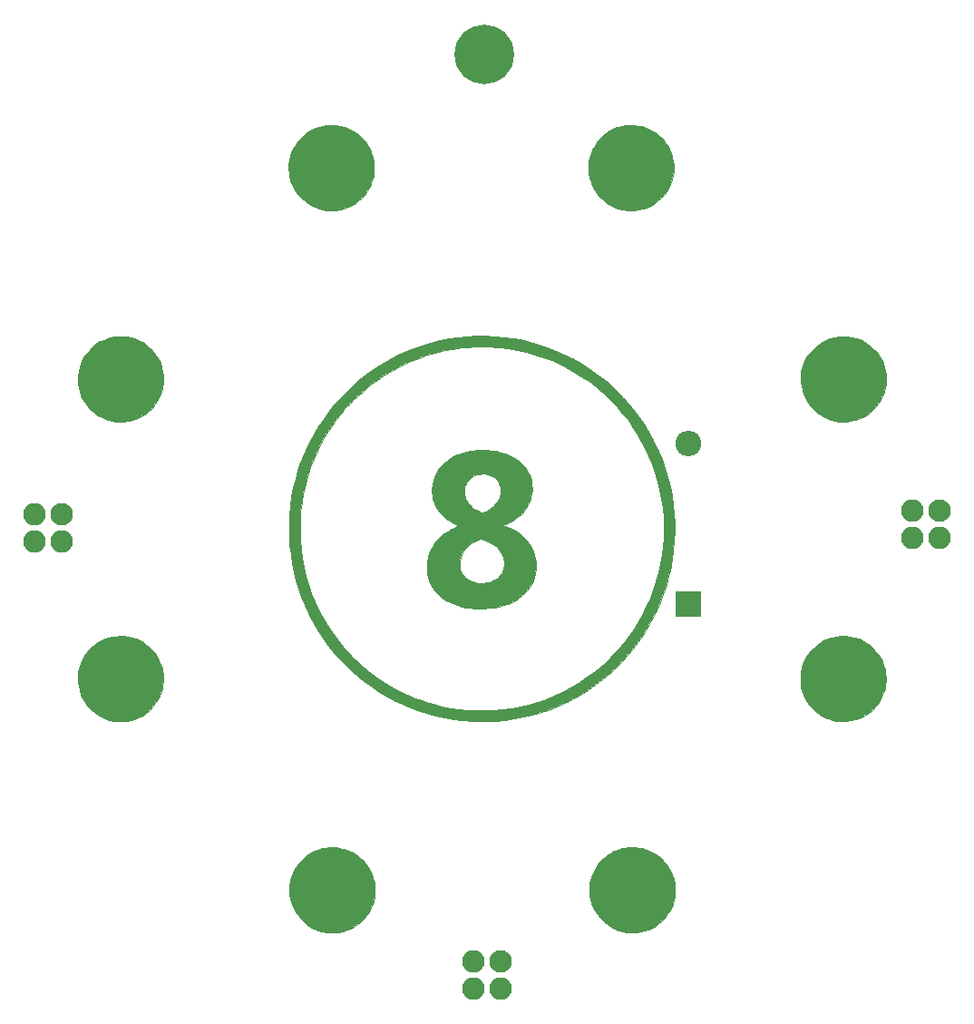
<source format=gts>
G04 #@! TF.FileFunction,Soldermask,Top*
%FSLAX46Y46*%
G04 Gerber Fmt 4.6, Leading zero omitted, Abs format (unit mm)*
G04 Created by KiCad (PCBNEW 4.0.7) date 07/18/18 17:21:38*
%MOMM*%
%LPD*%
G01*
G04 APERTURE LIST*
%ADD10C,0.100000*%
%ADD11C,0.010000*%
%ADD12C,5.547986*%
%ADD13R,2.400000X2.400000*%
%ADD14O,2.400000X2.400000*%
%ADD15C,2.100000*%
%ADD16O,2.100000X2.100000*%
G04 APERTURE END LIST*
D10*
D11*
G36*
X145633664Y-124962636D02*
X145901349Y-124983966D01*
X145954474Y-124990964D01*
X146359570Y-125069412D01*
X146749111Y-125186964D01*
X147121476Y-125342794D01*
X147475045Y-125536078D01*
X147808195Y-125765991D01*
X148119307Y-126031706D01*
X148247491Y-126158402D01*
X148517666Y-126463242D01*
X148749400Y-126781179D01*
X148944302Y-127115424D01*
X149103983Y-127469184D01*
X149230052Y-127845669D01*
X149324119Y-128248087D01*
X149339882Y-128335747D01*
X149360021Y-128494989D01*
X149372439Y-128683584D01*
X149377230Y-128889277D01*
X149374484Y-129099817D01*
X149364294Y-129302948D01*
X149346752Y-129486417D01*
X149330429Y-129595034D01*
X149238337Y-129999094D01*
X149111474Y-130381178D01*
X148947802Y-130746156D01*
X148745283Y-131098895D01*
X148628100Y-131273217D01*
X148537793Y-131390593D01*
X148422074Y-131524930D01*
X148289338Y-131667710D01*
X148147980Y-131810416D01*
X148006396Y-131944530D01*
X147872980Y-132061533D01*
X147773694Y-132140119D01*
X147463103Y-132346475D01*
X147126548Y-132527116D01*
X146774239Y-132677338D01*
X146416387Y-132792435D01*
X146289184Y-132824133D01*
X146052091Y-132867851D01*
X145788851Y-132897941D01*
X145513597Y-132913788D01*
X145240465Y-132914777D01*
X144983591Y-132900292D01*
X144860434Y-132886345D01*
X144463780Y-132811295D01*
X144081390Y-132697744D01*
X143715493Y-132547776D01*
X143368316Y-132363471D01*
X143042088Y-132146911D01*
X142739039Y-131900179D01*
X142461396Y-131625355D01*
X142211388Y-131324523D01*
X141991243Y-130999763D01*
X141803190Y-130653158D01*
X141649458Y-130286790D01*
X141532275Y-129902740D01*
X141495838Y-129743200D01*
X141435081Y-129345756D01*
X141415095Y-128942325D01*
X141435625Y-128537375D01*
X141496419Y-128135373D01*
X141597224Y-127740788D01*
X141611714Y-127695023D01*
X141669420Y-127537578D01*
X141746386Y-127358256D01*
X141836597Y-127169012D01*
X141934035Y-126981799D01*
X142032684Y-126808569D01*
X142126527Y-126661277D01*
X142146140Y-126633248D01*
X142244962Y-126504643D01*
X142367220Y-126360533D01*
X142503184Y-126211306D01*
X142643125Y-126067346D01*
X142777312Y-125939040D01*
X142880719Y-125849114D01*
X143161872Y-125641508D01*
X143469035Y-125454614D01*
X143792657Y-125293133D01*
X144123187Y-125161763D01*
X144451075Y-125065205D01*
X144493933Y-125055247D01*
X144761336Y-125006631D01*
X145049719Y-124974582D01*
X145345141Y-124959712D01*
X145633664Y-124962636D01*
X145633664Y-124962636D01*
G37*
X145633664Y-124962636D02*
X145901349Y-124983966D01*
X145954474Y-124990964D01*
X146359570Y-125069412D01*
X146749111Y-125186964D01*
X147121476Y-125342794D01*
X147475045Y-125536078D01*
X147808195Y-125765991D01*
X148119307Y-126031706D01*
X148247491Y-126158402D01*
X148517666Y-126463242D01*
X148749400Y-126781179D01*
X148944302Y-127115424D01*
X149103983Y-127469184D01*
X149230052Y-127845669D01*
X149324119Y-128248087D01*
X149339882Y-128335747D01*
X149360021Y-128494989D01*
X149372439Y-128683584D01*
X149377230Y-128889277D01*
X149374484Y-129099817D01*
X149364294Y-129302948D01*
X149346752Y-129486417D01*
X149330429Y-129595034D01*
X149238337Y-129999094D01*
X149111474Y-130381178D01*
X148947802Y-130746156D01*
X148745283Y-131098895D01*
X148628100Y-131273217D01*
X148537793Y-131390593D01*
X148422074Y-131524930D01*
X148289338Y-131667710D01*
X148147980Y-131810416D01*
X148006396Y-131944530D01*
X147872980Y-132061533D01*
X147773694Y-132140119D01*
X147463103Y-132346475D01*
X147126548Y-132527116D01*
X146774239Y-132677338D01*
X146416387Y-132792435D01*
X146289184Y-132824133D01*
X146052091Y-132867851D01*
X145788851Y-132897941D01*
X145513597Y-132913788D01*
X145240465Y-132914777D01*
X144983591Y-132900292D01*
X144860434Y-132886345D01*
X144463780Y-132811295D01*
X144081390Y-132697744D01*
X143715493Y-132547776D01*
X143368316Y-132363471D01*
X143042088Y-132146911D01*
X142739039Y-131900179D01*
X142461396Y-131625355D01*
X142211388Y-131324523D01*
X141991243Y-130999763D01*
X141803190Y-130653158D01*
X141649458Y-130286790D01*
X141532275Y-129902740D01*
X141495838Y-129743200D01*
X141435081Y-129345756D01*
X141415095Y-128942325D01*
X141435625Y-128537375D01*
X141496419Y-128135373D01*
X141597224Y-127740788D01*
X141611714Y-127695023D01*
X141669420Y-127537578D01*
X141746386Y-127358256D01*
X141836597Y-127169012D01*
X141934035Y-126981799D01*
X142032684Y-126808569D01*
X142126527Y-126661277D01*
X142146140Y-126633248D01*
X142244962Y-126504643D01*
X142367220Y-126360533D01*
X142503184Y-126211306D01*
X142643125Y-126067346D01*
X142777312Y-125939040D01*
X142880719Y-125849114D01*
X143161872Y-125641508D01*
X143469035Y-125454614D01*
X143792657Y-125293133D01*
X144123187Y-125161763D01*
X144451075Y-125065205D01*
X144493933Y-125055247D01*
X144761336Y-125006631D01*
X145049719Y-124974582D01*
X145345141Y-124959712D01*
X145633664Y-124962636D01*
G36*
X173709775Y-124967680D02*
X173909925Y-124984621D01*
X173949111Y-124989725D01*
X174349534Y-125066403D01*
X174734951Y-125181098D01*
X175103165Y-125331866D01*
X175451983Y-125516762D01*
X175779211Y-125733841D01*
X176082654Y-125981157D01*
X176360117Y-126256766D01*
X176609407Y-126558723D01*
X176828328Y-126885083D01*
X177014687Y-127233902D01*
X177166289Y-127603233D01*
X177265472Y-127929074D01*
X177347715Y-128328531D01*
X177389123Y-128725256D01*
X177391187Y-129117056D01*
X177355402Y-129501741D01*
X177283261Y-129877120D01*
X177176257Y-130241000D01*
X177035884Y-130591190D01*
X176863636Y-130925500D01*
X176661005Y-131241737D01*
X176429486Y-131537711D01*
X176170572Y-131811229D01*
X175885756Y-132060101D01*
X175576532Y-132282134D01*
X175244394Y-132475139D01*
X174890834Y-132636922D01*
X174517346Y-132765294D01*
X174125423Y-132858062D01*
X173880489Y-132895915D01*
X173773142Y-132905321D01*
X173636245Y-132911536D01*
X173481774Y-132914568D01*
X173321706Y-132914428D01*
X173168016Y-132911124D01*
X173032681Y-132904667D01*
X172928331Y-132895151D01*
X172532750Y-132823547D01*
X172146831Y-132713324D01*
X171774339Y-132566471D01*
X171419035Y-132384977D01*
X171084683Y-132170828D01*
X170775047Y-131926014D01*
X170493889Y-131652522D01*
X170419739Y-131569879D01*
X170165404Y-131245880D01*
X169946228Y-130899933D01*
X169763592Y-130535029D01*
X169618877Y-130154162D01*
X169513465Y-129760325D01*
X169467969Y-129507650D01*
X169450316Y-129345335D01*
X169439563Y-129154909D01*
X169435714Y-128950027D01*
X169438771Y-128744345D01*
X169448737Y-128551520D01*
X169465614Y-128385207D01*
X169467751Y-128370083D01*
X169546924Y-127969559D01*
X169664198Y-127584879D01*
X169817657Y-127218070D01*
X170005386Y-126871162D01*
X170225471Y-126546184D01*
X170475996Y-126245162D01*
X170755047Y-125970127D01*
X171060707Y-125723107D01*
X171391062Y-125506130D01*
X171744196Y-125321224D01*
X172118196Y-125170419D01*
X172511145Y-125055743D01*
X172619826Y-125031325D01*
X172806584Y-125000165D01*
X173021895Y-124977816D01*
X173252822Y-124964682D01*
X173486428Y-124961168D01*
X173709775Y-124967680D01*
X173709775Y-124967680D01*
G37*
X173709775Y-124967680D02*
X173909925Y-124984621D01*
X173949111Y-124989725D01*
X174349534Y-125066403D01*
X174734951Y-125181098D01*
X175103165Y-125331866D01*
X175451983Y-125516762D01*
X175779211Y-125733841D01*
X176082654Y-125981157D01*
X176360117Y-126256766D01*
X176609407Y-126558723D01*
X176828328Y-126885083D01*
X177014687Y-127233902D01*
X177166289Y-127603233D01*
X177265472Y-127929074D01*
X177347715Y-128328531D01*
X177389123Y-128725256D01*
X177391187Y-129117056D01*
X177355402Y-129501741D01*
X177283261Y-129877120D01*
X177176257Y-130241000D01*
X177035884Y-130591190D01*
X176863636Y-130925500D01*
X176661005Y-131241737D01*
X176429486Y-131537711D01*
X176170572Y-131811229D01*
X175885756Y-132060101D01*
X175576532Y-132282134D01*
X175244394Y-132475139D01*
X174890834Y-132636922D01*
X174517346Y-132765294D01*
X174125423Y-132858062D01*
X173880489Y-132895915D01*
X173773142Y-132905321D01*
X173636245Y-132911536D01*
X173481774Y-132914568D01*
X173321706Y-132914428D01*
X173168016Y-132911124D01*
X173032681Y-132904667D01*
X172928331Y-132895151D01*
X172532750Y-132823547D01*
X172146831Y-132713324D01*
X171774339Y-132566471D01*
X171419035Y-132384977D01*
X171084683Y-132170828D01*
X170775047Y-131926014D01*
X170493889Y-131652522D01*
X170419739Y-131569879D01*
X170165404Y-131245880D01*
X169946228Y-130899933D01*
X169763592Y-130535029D01*
X169618877Y-130154162D01*
X169513465Y-129760325D01*
X169467969Y-129507650D01*
X169450316Y-129345335D01*
X169439563Y-129154909D01*
X169435714Y-128950027D01*
X169438771Y-128744345D01*
X169448737Y-128551520D01*
X169465614Y-128385207D01*
X169467751Y-128370083D01*
X169546924Y-127969559D01*
X169664198Y-127584879D01*
X169817657Y-127218070D01*
X170005386Y-126871162D01*
X170225471Y-126546184D01*
X170475996Y-126245162D01*
X170755047Y-125970127D01*
X171060707Y-125723107D01*
X171391062Y-125506130D01*
X171744196Y-125321224D01*
X172118196Y-125170419D01*
X172511145Y-125055743D01*
X172619826Y-125031325D01*
X172806584Y-125000165D01*
X173021895Y-124977816D01*
X173252822Y-124964682D01*
X173486428Y-124961168D01*
X173709775Y-124967680D01*
G36*
X125938807Y-105241147D02*
X126326520Y-105288364D01*
X126703374Y-105372697D01*
X127067203Y-105492481D01*
X127415837Y-105646052D01*
X127747110Y-105831747D01*
X128058853Y-106047900D01*
X128348900Y-106292848D01*
X128615082Y-106564927D01*
X128855233Y-106862471D01*
X129067183Y-107183817D01*
X129248767Y-107527301D01*
X129397815Y-107891258D01*
X129512161Y-108274024D01*
X129589636Y-108673935D01*
X129590833Y-108682367D01*
X129609716Y-108871669D01*
X129618288Y-109087702D01*
X129616963Y-109317507D01*
X129606153Y-109548126D01*
X129586272Y-109766600D01*
X129557733Y-109959969D01*
X129548642Y-110005974D01*
X129442434Y-110410224D01*
X129298592Y-110795803D01*
X129118232Y-111161057D01*
X128902472Y-111504335D01*
X128652430Y-111823983D01*
X128369223Y-112118349D01*
X128053969Y-112385780D01*
X127832704Y-112544177D01*
X127549875Y-112714099D01*
X127244314Y-112862788D01*
X126925016Y-112987112D01*
X126600976Y-113083935D01*
X126281188Y-113150123D01*
X126005503Y-113180845D01*
X125905159Y-113186991D01*
X125806277Y-113193064D01*
X125727339Y-113197928D01*
X125715184Y-113198680D01*
X125649837Y-113199993D01*
X125556184Y-113198404D01*
X125448127Y-113194270D01*
X125365934Y-113189711D01*
X124973321Y-113143804D01*
X124587182Y-113057678D01*
X124211200Y-112933234D01*
X123849060Y-112772374D01*
X123504444Y-112577000D01*
X123181037Y-112349012D01*
X122882523Y-112090312D01*
X122612585Y-111802801D01*
X122563136Y-111742980D01*
X122315665Y-111405200D01*
X122107626Y-111052146D01*
X121938717Y-110683103D01*
X121808639Y-110297358D01*
X121717091Y-109894197D01*
X121680930Y-109647034D01*
X121670538Y-109515724D01*
X121665723Y-109355491D01*
X121666139Y-109178093D01*
X121671436Y-108995291D01*
X121681268Y-108818844D01*
X121695285Y-108660511D01*
X121713141Y-108532051D01*
X121714077Y-108526899D01*
X121808608Y-108126141D01*
X121940174Y-107743208D01*
X122106781Y-107380000D01*
X122306433Y-107038417D01*
X122537136Y-106720357D01*
X122796895Y-106427722D01*
X123083717Y-106162409D01*
X123395606Y-105926320D01*
X123730568Y-105721353D01*
X124086607Y-105549407D01*
X124461731Y-105412384D01*
X124853943Y-105312181D01*
X125139476Y-105264719D01*
X125542403Y-105232711D01*
X125938807Y-105241147D01*
X125938807Y-105241147D01*
G37*
X125938807Y-105241147D02*
X126326520Y-105288364D01*
X126703374Y-105372697D01*
X127067203Y-105492481D01*
X127415837Y-105646052D01*
X127747110Y-105831747D01*
X128058853Y-106047900D01*
X128348900Y-106292848D01*
X128615082Y-106564927D01*
X128855233Y-106862471D01*
X129067183Y-107183817D01*
X129248767Y-107527301D01*
X129397815Y-107891258D01*
X129512161Y-108274024D01*
X129589636Y-108673935D01*
X129590833Y-108682367D01*
X129609716Y-108871669D01*
X129618288Y-109087702D01*
X129616963Y-109317507D01*
X129606153Y-109548126D01*
X129586272Y-109766600D01*
X129557733Y-109959969D01*
X129548642Y-110005974D01*
X129442434Y-110410224D01*
X129298592Y-110795803D01*
X129118232Y-111161057D01*
X128902472Y-111504335D01*
X128652430Y-111823983D01*
X128369223Y-112118349D01*
X128053969Y-112385780D01*
X127832704Y-112544177D01*
X127549875Y-112714099D01*
X127244314Y-112862788D01*
X126925016Y-112987112D01*
X126600976Y-113083935D01*
X126281188Y-113150123D01*
X126005503Y-113180845D01*
X125905159Y-113186991D01*
X125806277Y-113193064D01*
X125727339Y-113197928D01*
X125715184Y-113198680D01*
X125649837Y-113199993D01*
X125556184Y-113198404D01*
X125448127Y-113194270D01*
X125365934Y-113189711D01*
X124973321Y-113143804D01*
X124587182Y-113057678D01*
X124211200Y-112933234D01*
X123849060Y-112772374D01*
X123504444Y-112577000D01*
X123181037Y-112349012D01*
X122882523Y-112090312D01*
X122612585Y-111802801D01*
X122563136Y-111742980D01*
X122315665Y-111405200D01*
X122107626Y-111052146D01*
X121938717Y-110683103D01*
X121808639Y-110297358D01*
X121717091Y-109894197D01*
X121680930Y-109647034D01*
X121670538Y-109515724D01*
X121665723Y-109355491D01*
X121666139Y-109178093D01*
X121671436Y-108995291D01*
X121681268Y-108818844D01*
X121695285Y-108660511D01*
X121713141Y-108532051D01*
X121714077Y-108526899D01*
X121808608Y-108126141D01*
X121940174Y-107743208D01*
X122106781Y-107380000D01*
X122306433Y-107038417D01*
X122537136Y-106720357D01*
X122796895Y-106427722D01*
X123083717Y-106162409D01*
X123395606Y-105926320D01*
X123730568Y-105721353D01*
X124086607Y-105549407D01*
X124461731Y-105412384D01*
X124853943Y-105312181D01*
X125139476Y-105264719D01*
X125542403Y-105232711D01*
X125938807Y-105241147D01*
G36*
X160574504Y-77248830D02*
X161433201Y-77327018D01*
X162289241Y-77446856D01*
X162957934Y-77570142D01*
X163812270Y-77765909D01*
X164651907Y-78001280D01*
X165476148Y-78275909D01*
X166284297Y-78589450D01*
X167075660Y-78941557D01*
X167849539Y-79331884D01*
X168605240Y-79760085D01*
X169342066Y-80225814D01*
X170059323Y-80728726D01*
X170756314Y-81268473D01*
X171276434Y-81706938D01*
X171399561Y-81817629D01*
X171545504Y-81953918D01*
X171708578Y-82110102D01*
X171883095Y-82280478D01*
X172063369Y-82459343D01*
X172243715Y-82640994D01*
X172418447Y-82819729D01*
X172581877Y-82989844D01*
X172728320Y-83145637D01*
X172852090Y-83281405D01*
X172896903Y-83332183D01*
X173463391Y-84013509D01*
X173992150Y-84713952D01*
X174483347Y-85433759D01*
X174937148Y-86173178D01*
X175353719Y-86932456D01*
X175463253Y-87147731D01*
X175834690Y-87937066D01*
X176166480Y-88740317D01*
X176458403Y-89556085D01*
X176710238Y-90382969D01*
X176921766Y-91219569D01*
X177092767Y-92064483D01*
X177223021Y-92916310D01*
X177312308Y-93773651D01*
X177360408Y-94635104D01*
X177367101Y-95499269D01*
X177332168Y-96364745D01*
X177255387Y-97230131D01*
X177159274Y-97950238D01*
X177006381Y-98805890D01*
X176813612Y-99648668D01*
X176581772Y-100477419D01*
X176311665Y-101290990D01*
X176004093Y-102088226D01*
X175659860Y-102867974D01*
X175279770Y-103629082D01*
X174864627Y-104370395D01*
X174415233Y-105090760D01*
X173932394Y-105789024D01*
X173416911Y-106464033D01*
X172869590Y-107114634D01*
X172291232Y-107739672D01*
X171682643Y-108337996D01*
X171044625Y-108908450D01*
X170377983Y-109449883D01*
X169683519Y-109961140D01*
X168962037Y-110441067D01*
X168214342Y-110888512D01*
X168101434Y-110951944D01*
X167336619Y-111353969D01*
X166555193Y-111717063D01*
X165757147Y-112041229D01*
X164942476Y-112326467D01*
X164111172Y-112572781D01*
X163263230Y-112780172D01*
X162398643Y-112948641D01*
X161517404Y-113078192D01*
X160619507Y-113168825D01*
X160608434Y-113169692D01*
X160489931Y-113177004D01*
X160336301Y-113183520D01*
X160154744Y-113189169D01*
X159952461Y-113193879D01*
X159736650Y-113197577D01*
X159514513Y-113200192D01*
X159293249Y-113201652D01*
X159080058Y-113201885D01*
X158882140Y-113200819D01*
X158706696Y-113198382D01*
X158560926Y-113194503D01*
X158481184Y-113190935D01*
X157589518Y-113120513D01*
X156711964Y-113010200D01*
X155848286Y-112859936D01*
X154998251Y-112669658D01*
X154161623Y-112439304D01*
X153338169Y-112168813D01*
X152527655Y-111858124D01*
X151729845Y-111507174D01*
X151308131Y-111302853D01*
X150541644Y-110895874D01*
X149798048Y-110453701D01*
X149078412Y-109977415D01*
X148383807Y-109468096D01*
X147715302Y-108926826D01*
X147073968Y-108354686D01*
X146460874Y-107752758D01*
X145877089Y-107122123D01*
X145323685Y-106463861D01*
X144801730Y-105779055D01*
X144312294Y-105068786D01*
X143856448Y-104334134D01*
X143435261Y-103576181D01*
X143196837Y-103104950D01*
X142849249Y-102351438D01*
X142539915Y-101593940D01*
X142267978Y-100829248D01*
X142032579Y-100054150D01*
X141832860Y-99265437D01*
X141667964Y-98459900D01*
X141537034Y-97634328D01*
X141439210Y-96785512D01*
X141406579Y-96405700D01*
X141398807Y-96276178D01*
X141392422Y-96111244D01*
X141387425Y-95917796D01*
X141383814Y-95702732D01*
X141381588Y-95472950D01*
X141380748Y-95235348D01*
X141381053Y-95101429D01*
X142385428Y-95101429D01*
X142385461Y-95329129D01*
X142386849Y-95552778D01*
X142389593Y-95764650D01*
X142393693Y-95957018D01*
X142399149Y-96122153D01*
X142405600Y-96246950D01*
X142483310Y-97109267D01*
X142601334Y-97958855D01*
X142759430Y-98795136D01*
X142957360Y-99617533D01*
X143194885Y-100425466D01*
X143471763Y-101218357D01*
X143787757Y-101995628D01*
X144142627Y-102756701D01*
X144536132Y-103500996D01*
X144968034Y-104227937D01*
X145438092Y-104936943D01*
X145946068Y-105627438D01*
X146491721Y-106298842D01*
X146639944Y-106470450D01*
X146762527Y-106606722D01*
X146910394Y-106764737D01*
X147077167Y-106938137D01*
X147256466Y-107120566D01*
X147441913Y-107305668D01*
X147627128Y-107487086D01*
X147805733Y-107658464D01*
X147971348Y-107813445D01*
X148117594Y-107945672D01*
X148141267Y-107966477D01*
X148801901Y-108516869D01*
X149481709Y-109029546D01*
X150181091Y-109504738D01*
X150900451Y-109942672D01*
X151640190Y-110343578D01*
X152400709Y-110707686D01*
X153182412Y-111035224D01*
X153985699Y-111326420D01*
X154110267Y-111367696D01*
X154875984Y-111597901D01*
X155655294Y-111792256D01*
X156442092Y-111949551D01*
X157230271Y-112068579D01*
X158013724Y-112148131D01*
X158079017Y-112152970D01*
X158197049Y-112161556D01*
X158305838Y-112169637D01*
X158395647Y-112176477D01*
X158456737Y-112181342D01*
X158470600Y-112182539D01*
X158533742Y-112186045D01*
X158633117Y-112188781D01*
X158762629Y-112190774D01*
X158916187Y-112192050D01*
X159087695Y-112192636D01*
X159271061Y-112192558D01*
X159460191Y-112191843D01*
X159648990Y-112190518D01*
X159831366Y-112188609D01*
X160001224Y-112186142D01*
X160152472Y-112183144D01*
X160279014Y-112179642D01*
X160374758Y-112175662D01*
X160400375Y-112174127D01*
X161267538Y-112095228D01*
X162120353Y-111976655D01*
X162958491Y-111818530D01*
X163781623Y-111620973D01*
X164589420Y-111384106D01*
X165381554Y-111108050D01*
X166157695Y-110792925D01*
X166917515Y-110438853D01*
X167660685Y-110045954D01*
X168386877Y-109614349D01*
X169095761Y-109144160D01*
X169572056Y-108799225D01*
X169872354Y-108570025D01*
X170149961Y-108349065D01*
X170413464Y-108128864D01*
X170671452Y-107901942D01*
X170932513Y-107660819D01*
X171205233Y-107398016D01*
X171382626Y-107222226D01*
X171662852Y-106937686D01*
X171916735Y-106670129D01*
X172151709Y-106411017D01*
X172375207Y-106151815D01*
X172594665Y-105883986D01*
X172817516Y-105598994D01*
X172959015Y-105412117D01*
X173455570Y-104714684D01*
X173913783Y-103999405D01*
X174333491Y-103266723D01*
X174714532Y-102517082D01*
X175056740Y-101750926D01*
X175359954Y-100968698D01*
X175624010Y-100170842D01*
X175848745Y-99357802D01*
X176033995Y-98530021D01*
X176179597Y-97687943D01*
X176285388Y-96832012D01*
X176334658Y-96239975D01*
X176341800Y-96102727D01*
X176347468Y-95931089D01*
X176351662Y-95732977D01*
X176354380Y-95516309D01*
X176355625Y-95289000D01*
X176355395Y-95058968D01*
X176353690Y-94834129D01*
X176350511Y-94622402D01*
X176345858Y-94431702D01*
X176339730Y-94269946D01*
X176334658Y-94179592D01*
X176256158Y-93313665D01*
X176137875Y-92461903D01*
X175979885Y-91624534D01*
X175782265Y-90801788D01*
X175545092Y-89993893D01*
X175268444Y-89201077D01*
X174952396Y-88423569D01*
X174597025Y-87661597D01*
X174202410Y-86915390D01*
X173768626Y-86185177D01*
X173513481Y-85790617D01*
X173030009Y-85102466D01*
X172511756Y-84437676D01*
X171960402Y-83798105D01*
X171377630Y-83185609D01*
X170765122Y-82602045D01*
X170124562Y-82049271D01*
X170122850Y-82047866D01*
X169468759Y-81538438D01*
X168788928Y-81061871D01*
X168085351Y-80619044D01*
X167360020Y-80210834D01*
X166614930Y-79838119D01*
X165852073Y-79501777D01*
X165073444Y-79202686D01*
X164281035Y-78941724D01*
X163476841Y-78719768D01*
X162662854Y-78537696D01*
X161841068Y-78396386D01*
X161825517Y-78394120D01*
X161579434Y-78359148D01*
X161357697Y-78329619D01*
X161153497Y-78305086D01*
X160960026Y-78285101D01*
X160770476Y-78269219D01*
X160578038Y-78256993D01*
X160375905Y-78247975D01*
X160157268Y-78241719D01*
X159915319Y-78237779D01*
X159643250Y-78235707D01*
X159401934Y-78235098D01*
X159148256Y-78235037D01*
X158930658Y-78235555D01*
X158742886Y-78236930D01*
X158578686Y-78239442D01*
X158431806Y-78243370D01*
X158295991Y-78248994D01*
X158164990Y-78256592D01*
X158032548Y-78266445D01*
X157892413Y-78278831D01*
X157738331Y-78294029D01*
X157564049Y-78312320D01*
X157486350Y-78320665D01*
X156674007Y-78429378D01*
X155865019Y-78579562D01*
X155061718Y-78770362D01*
X154266431Y-79000929D01*
X153481490Y-79270410D01*
X152709224Y-79577954D01*
X151951963Y-79922710D01*
X151212036Y-80303824D01*
X150491774Y-80720447D01*
X149919499Y-81086617D01*
X149355373Y-81479748D01*
X148819228Y-81886679D01*
X148302300Y-82314630D01*
X147795827Y-82770822D01*
X147346680Y-83206513D01*
X147048003Y-83511115D01*
X146775752Y-83800718D01*
X146521764Y-84084733D01*
X146277880Y-84372574D01*
X146035938Y-84673654D01*
X145787778Y-84997384D01*
X145748539Y-85049784D01*
X145258072Y-85741645D01*
X144804754Y-86453494D01*
X144388921Y-87184416D01*
X144010905Y-87933499D01*
X143671042Y-88699833D01*
X143369665Y-89482504D01*
X143107109Y-90280601D01*
X142883709Y-91093211D01*
X142699797Y-91919423D01*
X142555709Y-92758324D01*
X142451779Y-93609002D01*
X142405600Y-94172617D01*
X142398854Y-94304664D01*
X142393464Y-94471296D01*
X142389429Y-94664785D01*
X142386751Y-94877405D01*
X142385428Y-95101429D01*
X141381053Y-95101429D01*
X141381292Y-94996826D01*
X141383219Y-94764280D01*
X141386529Y-94544609D01*
X141391222Y-94344712D01*
X141397297Y-94171486D01*
X141404752Y-94031830D01*
X141406807Y-94003284D01*
X141492169Y-93129735D01*
X141612499Y-92278547D01*
X141768464Y-91447266D01*
X141960732Y-90633443D01*
X142189968Y-89834625D01*
X142456842Y-89048363D01*
X142762019Y-88272204D01*
X143106167Y-87503697D01*
X143264278Y-87179032D01*
X143671887Y-86408585D01*
X144114244Y-85661624D01*
X144590337Y-84939160D01*
X145099154Y-84242200D01*
X145639685Y-83571754D01*
X146210919Y-82928831D01*
X146811843Y-82314439D01*
X147441448Y-81729588D01*
X148098721Y-81175287D01*
X148782651Y-80652543D01*
X149492228Y-80162368D01*
X150226439Y-79705768D01*
X150984274Y-79283754D01*
X151379767Y-79082057D01*
X152169317Y-78714931D01*
X152972606Y-78387315D01*
X153788142Y-78099403D01*
X154614436Y-77851391D01*
X155449998Y-77643472D01*
X156293335Y-77475842D01*
X157142959Y-77348695D01*
X157997378Y-77262225D01*
X158855102Y-77216628D01*
X159714641Y-77212098D01*
X160574504Y-77248830D01*
X160574504Y-77248830D01*
G37*
X160574504Y-77248830D02*
X161433201Y-77327018D01*
X162289241Y-77446856D01*
X162957934Y-77570142D01*
X163812270Y-77765909D01*
X164651907Y-78001280D01*
X165476148Y-78275909D01*
X166284297Y-78589450D01*
X167075660Y-78941557D01*
X167849539Y-79331884D01*
X168605240Y-79760085D01*
X169342066Y-80225814D01*
X170059323Y-80728726D01*
X170756314Y-81268473D01*
X171276434Y-81706938D01*
X171399561Y-81817629D01*
X171545504Y-81953918D01*
X171708578Y-82110102D01*
X171883095Y-82280478D01*
X172063369Y-82459343D01*
X172243715Y-82640994D01*
X172418447Y-82819729D01*
X172581877Y-82989844D01*
X172728320Y-83145637D01*
X172852090Y-83281405D01*
X172896903Y-83332183D01*
X173463391Y-84013509D01*
X173992150Y-84713952D01*
X174483347Y-85433759D01*
X174937148Y-86173178D01*
X175353719Y-86932456D01*
X175463253Y-87147731D01*
X175834690Y-87937066D01*
X176166480Y-88740317D01*
X176458403Y-89556085D01*
X176710238Y-90382969D01*
X176921766Y-91219569D01*
X177092767Y-92064483D01*
X177223021Y-92916310D01*
X177312308Y-93773651D01*
X177360408Y-94635104D01*
X177367101Y-95499269D01*
X177332168Y-96364745D01*
X177255387Y-97230131D01*
X177159274Y-97950238D01*
X177006381Y-98805890D01*
X176813612Y-99648668D01*
X176581772Y-100477419D01*
X176311665Y-101290990D01*
X176004093Y-102088226D01*
X175659860Y-102867974D01*
X175279770Y-103629082D01*
X174864627Y-104370395D01*
X174415233Y-105090760D01*
X173932394Y-105789024D01*
X173416911Y-106464033D01*
X172869590Y-107114634D01*
X172291232Y-107739672D01*
X171682643Y-108337996D01*
X171044625Y-108908450D01*
X170377983Y-109449883D01*
X169683519Y-109961140D01*
X168962037Y-110441067D01*
X168214342Y-110888512D01*
X168101434Y-110951944D01*
X167336619Y-111353969D01*
X166555193Y-111717063D01*
X165757147Y-112041229D01*
X164942476Y-112326467D01*
X164111172Y-112572781D01*
X163263230Y-112780172D01*
X162398643Y-112948641D01*
X161517404Y-113078192D01*
X160619507Y-113168825D01*
X160608434Y-113169692D01*
X160489931Y-113177004D01*
X160336301Y-113183520D01*
X160154744Y-113189169D01*
X159952461Y-113193879D01*
X159736650Y-113197577D01*
X159514513Y-113200192D01*
X159293249Y-113201652D01*
X159080058Y-113201885D01*
X158882140Y-113200819D01*
X158706696Y-113198382D01*
X158560926Y-113194503D01*
X158481184Y-113190935D01*
X157589518Y-113120513D01*
X156711964Y-113010200D01*
X155848286Y-112859936D01*
X154998251Y-112669658D01*
X154161623Y-112439304D01*
X153338169Y-112168813D01*
X152527655Y-111858124D01*
X151729845Y-111507174D01*
X151308131Y-111302853D01*
X150541644Y-110895874D01*
X149798048Y-110453701D01*
X149078412Y-109977415D01*
X148383807Y-109468096D01*
X147715302Y-108926826D01*
X147073968Y-108354686D01*
X146460874Y-107752758D01*
X145877089Y-107122123D01*
X145323685Y-106463861D01*
X144801730Y-105779055D01*
X144312294Y-105068786D01*
X143856448Y-104334134D01*
X143435261Y-103576181D01*
X143196837Y-103104950D01*
X142849249Y-102351438D01*
X142539915Y-101593940D01*
X142267978Y-100829248D01*
X142032579Y-100054150D01*
X141832860Y-99265437D01*
X141667964Y-98459900D01*
X141537034Y-97634328D01*
X141439210Y-96785512D01*
X141406579Y-96405700D01*
X141398807Y-96276178D01*
X141392422Y-96111244D01*
X141387425Y-95917796D01*
X141383814Y-95702732D01*
X141381588Y-95472950D01*
X141380748Y-95235348D01*
X141381053Y-95101429D01*
X142385428Y-95101429D01*
X142385461Y-95329129D01*
X142386849Y-95552778D01*
X142389593Y-95764650D01*
X142393693Y-95957018D01*
X142399149Y-96122153D01*
X142405600Y-96246950D01*
X142483310Y-97109267D01*
X142601334Y-97958855D01*
X142759430Y-98795136D01*
X142957360Y-99617533D01*
X143194885Y-100425466D01*
X143471763Y-101218357D01*
X143787757Y-101995628D01*
X144142627Y-102756701D01*
X144536132Y-103500996D01*
X144968034Y-104227937D01*
X145438092Y-104936943D01*
X145946068Y-105627438D01*
X146491721Y-106298842D01*
X146639944Y-106470450D01*
X146762527Y-106606722D01*
X146910394Y-106764737D01*
X147077167Y-106938137D01*
X147256466Y-107120566D01*
X147441913Y-107305668D01*
X147627128Y-107487086D01*
X147805733Y-107658464D01*
X147971348Y-107813445D01*
X148117594Y-107945672D01*
X148141267Y-107966477D01*
X148801901Y-108516869D01*
X149481709Y-109029546D01*
X150181091Y-109504738D01*
X150900451Y-109942672D01*
X151640190Y-110343578D01*
X152400709Y-110707686D01*
X153182412Y-111035224D01*
X153985699Y-111326420D01*
X154110267Y-111367696D01*
X154875984Y-111597901D01*
X155655294Y-111792256D01*
X156442092Y-111949551D01*
X157230271Y-112068579D01*
X158013724Y-112148131D01*
X158079017Y-112152970D01*
X158197049Y-112161556D01*
X158305838Y-112169637D01*
X158395647Y-112176477D01*
X158456737Y-112181342D01*
X158470600Y-112182539D01*
X158533742Y-112186045D01*
X158633117Y-112188781D01*
X158762629Y-112190774D01*
X158916187Y-112192050D01*
X159087695Y-112192636D01*
X159271061Y-112192558D01*
X159460191Y-112191843D01*
X159648990Y-112190518D01*
X159831366Y-112188609D01*
X160001224Y-112186142D01*
X160152472Y-112183144D01*
X160279014Y-112179642D01*
X160374758Y-112175662D01*
X160400375Y-112174127D01*
X161267538Y-112095228D01*
X162120353Y-111976655D01*
X162958491Y-111818530D01*
X163781623Y-111620973D01*
X164589420Y-111384106D01*
X165381554Y-111108050D01*
X166157695Y-110792925D01*
X166917515Y-110438853D01*
X167660685Y-110045954D01*
X168386877Y-109614349D01*
X169095761Y-109144160D01*
X169572056Y-108799225D01*
X169872354Y-108570025D01*
X170149961Y-108349065D01*
X170413464Y-108128864D01*
X170671452Y-107901942D01*
X170932513Y-107660819D01*
X171205233Y-107398016D01*
X171382626Y-107222226D01*
X171662852Y-106937686D01*
X171916735Y-106670129D01*
X172151709Y-106411017D01*
X172375207Y-106151815D01*
X172594665Y-105883986D01*
X172817516Y-105598994D01*
X172959015Y-105412117D01*
X173455570Y-104714684D01*
X173913783Y-103999405D01*
X174333491Y-103266723D01*
X174714532Y-102517082D01*
X175056740Y-101750926D01*
X175359954Y-100968698D01*
X175624010Y-100170842D01*
X175848745Y-99357802D01*
X176033995Y-98530021D01*
X176179597Y-97687943D01*
X176285388Y-96832012D01*
X176334658Y-96239975D01*
X176341800Y-96102727D01*
X176347468Y-95931089D01*
X176351662Y-95732977D01*
X176354380Y-95516309D01*
X176355625Y-95289000D01*
X176355395Y-95058968D01*
X176353690Y-94834129D01*
X176350511Y-94622402D01*
X176345858Y-94431702D01*
X176339730Y-94269946D01*
X176334658Y-94179592D01*
X176256158Y-93313665D01*
X176137875Y-92461903D01*
X175979885Y-91624534D01*
X175782265Y-90801788D01*
X175545092Y-89993893D01*
X175268444Y-89201077D01*
X174952396Y-88423569D01*
X174597025Y-87661597D01*
X174202410Y-86915390D01*
X173768626Y-86185177D01*
X173513481Y-85790617D01*
X173030009Y-85102466D01*
X172511756Y-84437676D01*
X171960402Y-83798105D01*
X171377630Y-83185609D01*
X170765122Y-82602045D01*
X170124562Y-82049271D01*
X170122850Y-82047866D01*
X169468759Y-81538438D01*
X168788928Y-81061871D01*
X168085351Y-80619044D01*
X167360020Y-80210834D01*
X166614930Y-79838119D01*
X165852073Y-79501777D01*
X165073444Y-79202686D01*
X164281035Y-78941724D01*
X163476841Y-78719768D01*
X162662854Y-78537696D01*
X161841068Y-78396386D01*
X161825517Y-78394120D01*
X161579434Y-78359148D01*
X161357697Y-78329619D01*
X161153497Y-78305086D01*
X160960026Y-78285101D01*
X160770476Y-78269219D01*
X160578038Y-78256993D01*
X160375905Y-78247975D01*
X160157268Y-78241719D01*
X159915319Y-78237779D01*
X159643250Y-78235707D01*
X159401934Y-78235098D01*
X159148256Y-78235037D01*
X158930658Y-78235555D01*
X158742886Y-78236930D01*
X158578686Y-78239442D01*
X158431806Y-78243370D01*
X158295991Y-78248994D01*
X158164990Y-78256592D01*
X158032548Y-78266445D01*
X157892413Y-78278831D01*
X157738331Y-78294029D01*
X157564049Y-78312320D01*
X157486350Y-78320665D01*
X156674007Y-78429378D01*
X155865019Y-78579562D01*
X155061718Y-78770362D01*
X154266431Y-79000929D01*
X153481490Y-79270410D01*
X152709224Y-79577954D01*
X151951963Y-79922710D01*
X151212036Y-80303824D01*
X150491774Y-80720447D01*
X149919499Y-81086617D01*
X149355373Y-81479748D01*
X148819228Y-81886679D01*
X148302300Y-82314630D01*
X147795827Y-82770822D01*
X147346680Y-83206513D01*
X147048003Y-83511115D01*
X146775752Y-83800718D01*
X146521764Y-84084733D01*
X146277880Y-84372574D01*
X146035938Y-84673654D01*
X145787778Y-84997384D01*
X145748539Y-85049784D01*
X145258072Y-85741645D01*
X144804754Y-86453494D01*
X144388921Y-87184416D01*
X144010905Y-87933499D01*
X143671042Y-88699833D01*
X143369665Y-89482504D01*
X143107109Y-90280601D01*
X142883709Y-91093211D01*
X142699797Y-91919423D01*
X142555709Y-92758324D01*
X142451779Y-93609002D01*
X142405600Y-94172617D01*
X142398854Y-94304664D01*
X142393464Y-94471296D01*
X142389429Y-94664785D01*
X142386751Y-94877405D01*
X142385428Y-95101429D01*
X141381053Y-95101429D01*
X141381292Y-94996826D01*
X141383219Y-94764280D01*
X141386529Y-94544609D01*
X141391222Y-94344712D01*
X141397297Y-94171486D01*
X141404752Y-94031830D01*
X141406807Y-94003284D01*
X141492169Y-93129735D01*
X141612499Y-92278547D01*
X141768464Y-91447266D01*
X141960732Y-90633443D01*
X142189968Y-89834625D01*
X142456842Y-89048363D01*
X142762019Y-88272204D01*
X143106167Y-87503697D01*
X143264278Y-87179032D01*
X143671887Y-86408585D01*
X144114244Y-85661624D01*
X144590337Y-84939160D01*
X145099154Y-84242200D01*
X145639685Y-83571754D01*
X146210919Y-82928831D01*
X146811843Y-82314439D01*
X147441448Y-81729588D01*
X148098721Y-81175287D01*
X148782651Y-80652543D01*
X149492228Y-80162368D01*
X150226439Y-79705768D01*
X150984274Y-79283754D01*
X151379767Y-79082057D01*
X152169317Y-78714931D01*
X152972606Y-78387315D01*
X153788142Y-78099403D01*
X154614436Y-77851391D01*
X155449998Y-77643472D01*
X156293335Y-77475842D01*
X157142959Y-77348695D01*
X157997378Y-77262225D01*
X158855102Y-77216628D01*
X159714641Y-77212098D01*
X160574504Y-77248830D01*
G36*
X193208930Y-105238077D02*
X193421870Y-105246734D01*
X193618878Y-105263346D01*
X193766017Y-105283967D01*
X194164528Y-105374970D01*
X194546142Y-105503309D01*
X194908872Y-105666925D01*
X195250726Y-105863759D01*
X195569715Y-106091753D01*
X195863850Y-106348847D01*
X196131140Y-106632983D01*
X196369596Y-106942102D01*
X196577228Y-107274145D01*
X196752047Y-107627053D01*
X196892063Y-107998768D01*
X196995285Y-108387231D01*
X197045934Y-108677803D01*
X197063391Y-108846750D01*
X197074021Y-109039321D01*
X197077671Y-109240797D01*
X197074185Y-109436462D01*
X197063411Y-109611597D01*
X197056396Y-109677755D01*
X196985549Y-110083761D01*
X196876295Y-110475043D01*
X196730322Y-110849377D01*
X196549320Y-111204540D01*
X196334979Y-111538306D01*
X196088988Y-111848452D01*
X195813036Y-112132754D01*
X195508812Y-112388986D01*
X195178006Y-112614925D01*
X194822307Y-112808346D01*
X194605687Y-112904580D01*
X194225372Y-113037528D01*
X193831634Y-113130432D01*
X193425044Y-113183201D01*
X193006171Y-113195746D01*
X192813517Y-113188226D01*
X192447994Y-113148119D01*
X192087600Y-113071120D01*
X191725368Y-112955600D01*
X191586961Y-112901741D01*
X191219152Y-112729438D01*
X190874837Y-112523056D01*
X190555761Y-112284836D01*
X190263669Y-112017019D01*
X190000308Y-111721847D01*
X189767423Y-111401561D01*
X189566760Y-111058402D01*
X189400064Y-110694612D01*
X189269083Y-110312432D01*
X189175561Y-109914102D01*
X189152806Y-109776737D01*
X189135705Y-109620699D01*
X189125201Y-109436248D01*
X189121306Y-109236791D01*
X189124030Y-109035734D01*
X189133385Y-108846483D01*
X189149380Y-108682442D01*
X189151907Y-108663954D01*
X189230541Y-108258091D01*
X189348518Y-107867163D01*
X189504943Y-107492948D01*
X189698922Y-107137221D01*
X189929562Y-106801759D01*
X190195970Y-106488339D01*
X190300513Y-106381192D01*
X190607618Y-106106419D01*
X190935809Y-105868311D01*
X191284659Y-105667076D01*
X191653738Y-105502922D01*
X192042617Y-105376055D01*
X192450868Y-105286684D01*
X192612434Y-105262407D01*
X192790421Y-105245655D01*
X192993851Y-105237631D01*
X193208930Y-105238077D01*
X193208930Y-105238077D01*
G37*
X193208930Y-105238077D02*
X193421870Y-105246734D01*
X193618878Y-105263346D01*
X193766017Y-105283967D01*
X194164528Y-105374970D01*
X194546142Y-105503309D01*
X194908872Y-105666925D01*
X195250726Y-105863759D01*
X195569715Y-106091753D01*
X195863850Y-106348847D01*
X196131140Y-106632983D01*
X196369596Y-106942102D01*
X196577228Y-107274145D01*
X196752047Y-107627053D01*
X196892063Y-107998768D01*
X196995285Y-108387231D01*
X197045934Y-108677803D01*
X197063391Y-108846750D01*
X197074021Y-109039321D01*
X197077671Y-109240797D01*
X197074185Y-109436462D01*
X197063411Y-109611597D01*
X197056396Y-109677755D01*
X196985549Y-110083761D01*
X196876295Y-110475043D01*
X196730322Y-110849377D01*
X196549320Y-111204540D01*
X196334979Y-111538306D01*
X196088988Y-111848452D01*
X195813036Y-112132754D01*
X195508812Y-112388986D01*
X195178006Y-112614925D01*
X194822307Y-112808346D01*
X194605687Y-112904580D01*
X194225372Y-113037528D01*
X193831634Y-113130432D01*
X193425044Y-113183201D01*
X193006171Y-113195746D01*
X192813517Y-113188226D01*
X192447994Y-113148119D01*
X192087600Y-113071120D01*
X191725368Y-112955600D01*
X191586961Y-112901741D01*
X191219152Y-112729438D01*
X190874837Y-112523056D01*
X190555761Y-112284836D01*
X190263669Y-112017019D01*
X190000308Y-111721847D01*
X189767423Y-111401561D01*
X189566760Y-111058402D01*
X189400064Y-110694612D01*
X189269083Y-110312432D01*
X189175561Y-109914102D01*
X189152806Y-109776737D01*
X189135705Y-109620699D01*
X189125201Y-109436248D01*
X189121306Y-109236791D01*
X189124030Y-109035734D01*
X189133385Y-108846483D01*
X189149380Y-108682442D01*
X189151907Y-108663954D01*
X189230541Y-108258091D01*
X189348518Y-107867163D01*
X189504943Y-107492948D01*
X189698922Y-107137221D01*
X189929562Y-106801759D01*
X190195970Y-106488339D01*
X190300513Y-106381192D01*
X190607618Y-106106419D01*
X190935809Y-105868311D01*
X191284659Y-105667076D01*
X191653738Y-105502922D01*
X192042617Y-105376055D01*
X192450868Y-105286684D01*
X192612434Y-105262407D01*
X192790421Y-105245655D01*
X192993851Y-105237631D01*
X193208930Y-105238077D01*
G36*
X126238339Y-77300004D02*
X126639750Y-77381695D01*
X126888666Y-77453637D01*
X127060260Y-77516403D01*
X127251977Y-77598933D01*
X127451215Y-77694901D01*
X127645371Y-77797976D01*
X127821840Y-77901832D01*
X127947546Y-77985301D01*
X128075222Y-78083428D01*
X128218639Y-78205273D01*
X128367501Y-78341171D01*
X128511514Y-78481458D01*
X128640384Y-78616472D01*
X128731212Y-78720950D01*
X128970823Y-79047166D01*
X129175208Y-79395973D01*
X129343333Y-79765001D01*
X129474161Y-80151880D01*
X129566658Y-80554240D01*
X129587363Y-80681583D01*
X129606028Y-80854083D01*
X129616733Y-81053984D01*
X129619497Y-81267111D01*
X129614337Y-81479290D01*
X129601268Y-81676347D01*
X129586033Y-81807433D01*
X129507294Y-82205575D01*
X129390032Y-82589171D01*
X129236236Y-82955941D01*
X129047899Y-83303603D01*
X128827011Y-83629875D01*
X128575565Y-83932475D01*
X128295550Y-84209120D01*
X127988959Y-84457530D01*
X127657782Y-84675422D01*
X127304012Y-84860514D01*
X126929638Y-85010524D01*
X126738424Y-85070776D01*
X126495928Y-85129577D01*
X126229471Y-85175059D01*
X125952230Y-85206006D01*
X125677375Y-85221203D01*
X125418081Y-85219433D01*
X125255195Y-85207691D01*
X124851443Y-85144928D01*
X124462275Y-85043949D01*
X124089730Y-84906724D01*
X123735846Y-84735224D01*
X123402659Y-84531422D01*
X123092207Y-84297287D01*
X122806530Y-84034793D01*
X122547663Y-83745909D01*
X122317645Y-83432606D01*
X122118514Y-83096858D01*
X121952306Y-82740633D01*
X121821061Y-82365905D01*
X121726816Y-81974643D01*
X121692565Y-81761253D01*
X121659827Y-81357905D01*
X121668293Y-80956342D01*
X121716955Y-80559673D01*
X121804802Y-80171007D01*
X121930825Y-79793451D01*
X122094014Y-79430116D01*
X122293359Y-79084108D01*
X122527850Y-78758537D01*
X122750817Y-78503573D01*
X122985900Y-78272550D01*
X123221762Y-78073879D01*
X123470017Y-77898989D01*
X123742276Y-77739311D01*
X123889225Y-77663397D01*
X124260429Y-77502147D01*
X124643292Y-77380923D01*
X125035164Y-77299912D01*
X125433396Y-77259298D01*
X125835338Y-77259267D01*
X126238339Y-77300004D01*
X126238339Y-77300004D01*
G37*
X126238339Y-77300004D02*
X126639750Y-77381695D01*
X126888666Y-77453637D01*
X127060260Y-77516403D01*
X127251977Y-77598933D01*
X127451215Y-77694901D01*
X127645371Y-77797976D01*
X127821840Y-77901832D01*
X127947546Y-77985301D01*
X128075222Y-78083428D01*
X128218639Y-78205273D01*
X128367501Y-78341171D01*
X128511514Y-78481458D01*
X128640384Y-78616472D01*
X128731212Y-78720950D01*
X128970823Y-79047166D01*
X129175208Y-79395973D01*
X129343333Y-79765001D01*
X129474161Y-80151880D01*
X129566658Y-80554240D01*
X129587363Y-80681583D01*
X129606028Y-80854083D01*
X129616733Y-81053984D01*
X129619497Y-81267111D01*
X129614337Y-81479290D01*
X129601268Y-81676347D01*
X129586033Y-81807433D01*
X129507294Y-82205575D01*
X129390032Y-82589171D01*
X129236236Y-82955941D01*
X129047899Y-83303603D01*
X128827011Y-83629875D01*
X128575565Y-83932475D01*
X128295550Y-84209120D01*
X127988959Y-84457530D01*
X127657782Y-84675422D01*
X127304012Y-84860514D01*
X126929638Y-85010524D01*
X126738424Y-85070776D01*
X126495928Y-85129577D01*
X126229471Y-85175059D01*
X125952230Y-85206006D01*
X125677375Y-85221203D01*
X125418081Y-85219433D01*
X125255195Y-85207691D01*
X124851443Y-85144928D01*
X124462275Y-85043949D01*
X124089730Y-84906724D01*
X123735846Y-84735224D01*
X123402659Y-84531422D01*
X123092207Y-84297287D01*
X122806530Y-84034793D01*
X122547663Y-83745909D01*
X122317645Y-83432606D01*
X122118514Y-83096858D01*
X121952306Y-82740633D01*
X121821061Y-82365905D01*
X121726816Y-81974643D01*
X121692565Y-81761253D01*
X121659827Y-81357905D01*
X121668293Y-80956342D01*
X121716955Y-80559673D01*
X121804802Y-80171007D01*
X121930825Y-79793451D01*
X122094014Y-79430116D01*
X122293359Y-79084108D01*
X122527850Y-78758537D01*
X122750817Y-78503573D01*
X122985900Y-78272550D01*
X123221762Y-78073879D01*
X123470017Y-77898989D01*
X123742276Y-77739311D01*
X123889225Y-77663397D01*
X124260429Y-77502147D01*
X124643292Y-77380923D01*
X125035164Y-77299912D01*
X125433396Y-77259298D01*
X125835338Y-77259267D01*
X126238339Y-77300004D01*
G36*
X193470048Y-77268778D02*
X193871135Y-77322841D01*
X194269609Y-77418256D01*
X194295184Y-77425851D01*
X194673111Y-77561021D01*
X195031272Y-77732240D01*
X195367755Y-77937174D01*
X195680646Y-78173489D01*
X195968032Y-78438849D01*
X196228000Y-78730920D01*
X196458638Y-79047367D01*
X196658032Y-79385856D01*
X196824269Y-79744051D01*
X196955436Y-80119617D01*
X197049621Y-80510221D01*
X197098679Y-80847484D01*
X197118387Y-81244639D01*
X197097036Y-81643322D01*
X197035516Y-82039385D01*
X196934720Y-82428682D01*
X196795538Y-82807065D01*
X196618862Y-83170388D01*
X196587158Y-83226873D01*
X196370781Y-83563389D01*
X196123251Y-83873359D01*
X195847470Y-84155289D01*
X195546337Y-84407690D01*
X195222752Y-84629069D01*
X194879616Y-84817935D01*
X194519829Y-84972797D01*
X194146290Y-85092162D01*
X193761901Y-85174541D01*
X193369561Y-85218440D01*
X192972170Y-85222369D01*
X192739434Y-85205636D01*
X192344859Y-85145099D01*
X191960502Y-85044966D01*
X191582878Y-84904204D01*
X191342643Y-84792077D01*
X190981452Y-84587805D01*
X190650484Y-84353896D01*
X190349581Y-84090194D01*
X190078587Y-83796542D01*
X189837345Y-83472784D01*
X189625699Y-83118762D01*
X189578194Y-83027100D01*
X189411412Y-82649980D01*
X189285063Y-82262762D01*
X189199374Y-81867965D01*
X189154574Y-81468111D01*
X189150889Y-81065719D01*
X189188549Y-80663308D01*
X189267781Y-80263400D01*
X189313285Y-80097546D01*
X189434055Y-79756687D01*
X189590790Y-79420027D01*
X189778891Y-79094761D01*
X189993762Y-78788084D01*
X190230806Y-78507191D01*
X190485425Y-78259275D01*
X190491019Y-78254395D01*
X190815889Y-77998803D01*
X191159729Y-77779862D01*
X191519840Y-77598159D01*
X191893526Y-77454282D01*
X192278087Y-77348817D01*
X192670826Y-77282353D01*
X193069046Y-77255478D01*
X193470048Y-77268778D01*
X193470048Y-77268778D01*
G37*
X193470048Y-77268778D02*
X193871135Y-77322841D01*
X194269609Y-77418256D01*
X194295184Y-77425851D01*
X194673111Y-77561021D01*
X195031272Y-77732240D01*
X195367755Y-77937174D01*
X195680646Y-78173489D01*
X195968032Y-78438849D01*
X196228000Y-78730920D01*
X196458638Y-79047367D01*
X196658032Y-79385856D01*
X196824269Y-79744051D01*
X196955436Y-80119617D01*
X197049621Y-80510221D01*
X197098679Y-80847484D01*
X197118387Y-81244639D01*
X197097036Y-81643322D01*
X197035516Y-82039385D01*
X196934720Y-82428682D01*
X196795538Y-82807065D01*
X196618862Y-83170388D01*
X196587158Y-83226873D01*
X196370781Y-83563389D01*
X196123251Y-83873359D01*
X195847470Y-84155289D01*
X195546337Y-84407690D01*
X195222752Y-84629069D01*
X194879616Y-84817935D01*
X194519829Y-84972797D01*
X194146290Y-85092162D01*
X193761901Y-85174541D01*
X193369561Y-85218440D01*
X192972170Y-85222369D01*
X192739434Y-85205636D01*
X192344859Y-85145099D01*
X191960502Y-85044966D01*
X191582878Y-84904204D01*
X191342643Y-84792077D01*
X190981452Y-84587805D01*
X190650484Y-84353896D01*
X190349581Y-84090194D01*
X190078587Y-83796542D01*
X189837345Y-83472784D01*
X189625699Y-83118762D01*
X189578194Y-83027100D01*
X189411412Y-82649980D01*
X189285063Y-82262762D01*
X189199374Y-81867965D01*
X189154574Y-81468111D01*
X189150889Y-81065719D01*
X189188549Y-80663308D01*
X189267781Y-80263400D01*
X189313285Y-80097546D01*
X189434055Y-79756687D01*
X189590790Y-79420027D01*
X189778891Y-79094761D01*
X189993762Y-78788084D01*
X190230806Y-78507191D01*
X190485425Y-78259275D01*
X190491019Y-78254395D01*
X190815889Y-77998803D01*
X191159729Y-77779862D01*
X191519840Y-77598159D01*
X191893526Y-77454282D01*
X192278087Y-77348817D01*
X192670826Y-77282353D01*
X193069046Y-77255478D01*
X193470048Y-77268778D01*
G36*
X145750058Y-57558785D02*
X146150462Y-57618486D01*
X146536996Y-57717835D01*
X146908758Y-57856603D01*
X147247701Y-58024890D01*
X147599283Y-58245495D01*
X147922479Y-58496238D01*
X148215812Y-58774975D01*
X148477807Y-59079566D01*
X148706991Y-59407868D01*
X148901887Y-59757740D01*
X149061020Y-60127040D01*
X149182916Y-60513626D01*
X149266099Y-60915356D01*
X149273733Y-60966754D01*
X149292674Y-61149853D01*
X149302474Y-61358555D01*
X149303421Y-61580492D01*
X149295805Y-61803294D01*
X149279916Y-62014591D01*
X149256042Y-62202014D01*
X149243171Y-62273292D01*
X149142663Y-62669665D01*
X149006003Y-63047062D01*
X148835410Y-63403857D01*
X148633106Y-63738421D01*
X148401312Y-64049126D01*
X148142249Y-64334346D01*
X147858138Y-64592450D01*
X147551200Y-64821814D01*
X147223655Y-65020807D01*
X146877726Y-65187803D01*
X146515632Y-65321174D01*
X146139594Y-65419291D01*
X145751835Y-65480528D01*
X145354574Y-65503256D01*
X144950033Y-65485848D01*
X144871017Y-65477698D01*
X144520950Y-65419645D01*
X144164798Y-65325148D01*
X143812005Y-65197145D01*
X143490198Y-65048029D01*
X143245103Y-64911436D01*
X143022023Y-64764554D01*
X142808302Y-64598232D01*
X142591284Y-64403318D01*
X142568672Y-64381670D01*
X142283451Y-64078950D01*
X142034719Y-63755317D01*
X141823077Y-63411953D01*
X141649124Y-63050037D01*
X141513460Y-62670752D01*
X141416685Y-62275279D01*
X141378404Y-62037374D01*
X141345952Y-61632235D01*
X141354306Y-61232206D01*
X141402024Y-60839738D01*
X141487664Y-60457283D01*
X141609781Y-60087291D01*
X141766934Y-59732215D01*
X141957679Y-59394504D01*
X142180573Y-59076612D01*
X142434174Y-58780989D01*
X142717038Y-58510086D01*
X143027723Y-58266355D01*
X143364785Y-58052247D01*
X143726782Y-57870214D01*
X143865600Y-57811940D01*
X144193383Y-57696963D01*
X144520985Y-57614619D01*
X144858404Y-57563051D01*
X145215640Y-57540405D01*
X145336684Y-57538963D01*
X145750058Y-57558785D01*
X145750058Y-57558785D01*
G37*
X145750058Y-57558785D02*
X146150462Y-57618486D01*
X146536996Y-57717835D01*
X146908758Y-57856603D01*
X147247701Y-58024890D01*
X147599283Y-58245495D01*
X147922479Y-58496238D01*
X148215812Y-58774975D01*
X148477807Y-59079566D01*
X148706991Y-59407868D01*
X148901887Y-59757740D01*
X149061020Y-60127040D01*
X149182916Y-60513626D01*
X149266099Y-60915356D01*
X149273733Y-60966754D01*
X149292674Y-61149853D01*
X149302474Y-61358555D01*
X149303421Y-61580492D01*
X149295805Y-61803294D01*
X149279916Y-62014591D01*
X149256042Y-62202014D01*
X149243171Y-62273292D01*
X149142663Y-62669665D01*
X149006003Y-63047062D01*
X148835410Y-63403857D01*
X148633106Y-63738421D01*
X148401312Y-64049126D01*
X148142249Y-64334346D01*
X147858138Y-64592450D01*
X147551200Y-64821814D01*
X147223655Y-65020807D01*
X146877726Y-65187803D01*
X146515632Y-65321174D01*
X146139594Y-65419291D01*
X145751835Y-65480528D01*
X145354574Y-65503256D01*
X144950033Y-65485848D01*
X144871017Y-65477698D01*
X144520950Y-65419645D01*
X144164798Y-65325148D01*
X143812005Y-65197145D01*
X143490198Y-65048029D01*
X143245103Y-64911436D01*
X143022023Y-64764554D01*
X142808302Y-64598232D01*
X142591284Y-64403318D01*
X142568672Y-64381670D01*
X142283451Y-64078950D01*
X142034719Y-63755317D01*
X141823077Y-63411953D01*
X141649124Y-63050037D01*
X141513460Y-62670752D01*
X141416685Y-62275279D01*
X141378404Y-62037374D01*
X141345952Y-61632235D01*
X141354306Y-61232206D01*
X141402024Y-60839738D01*
X141487664Y-60457283D01*
X141609781Y-60087291D01*
X141766934Y-59732215D01*
X141957679Y-59394504D01*
X142180573Y-59076612D01*
X142434174Y-58780989D01*
X142717038Y-58510086D01*
X143027723Y-58266355D01*
X143364785Y-58052247D01*
X143726782Y-57870214D01*
X143865600Y-57811940D01*
X144193383Y-57696963D01*
X144520985Y-57614619D01*
X144858404Y-57563051D01*
X145215640Y-57540405D01*
X145336684Y-57538963D01*
X145750058Y-57558785D01*
G36*
X173613037Y-57543516D02*
X173990737Y-57590777D01*
X174359086Y-57673339D01*
X174715865Y-57789804D01*
X175058852Y-57938773D01*
X175385829Y-58118847D01*
X175694576Y-58328626D01*
X175982873Y-58566712D01*
X176248499Y-58831706D01*
X176489236Y-59122208D01*
X176702864Y-59436820D01*
X176887162Y-59774142D01*
X177039911Y-60132776D01*
X177158891Y-60511322D01*
X177241882Y-60908381D01*
X177257433Y-61015550D01*
X177276926Y-61227920D01*
X177284221Y-61465040D01*
X177279713Y-61711745D01*
X177263798Y-61952870D01*
X177236874Y-62173249D01*
X177225406Y-62240097D01*
X177130810Y-62632909D01*
X176997067Y-63012877D01*
X176826207Y-63376979D01*
X176620263Y-63722192D01*
X176381265Y-64045492D01*
X176111245Y-64343856D01*
X175812235Y-64614260D01*
X175486265Y-64853682D01*
X175456222Y-64873253D01*
X175120785Y-65065068D01*
X174762982Y-65223801D01*
X174388426Y-65348141D01*
X174002728Y-65436777D01*
X173611499Y-65488399D01*
X173220351Y-65501695D01*
X172863934Y-65478786D01*
X172611647Y-65441749D01*
X172363056Y-65387269D01*
X172100654Y-65311427D01*
X172064930Y-65299897D01*
X171684383Y-65154039D01*
X171325229Y-64972713D01*
X170989302Y-64757995D01*
X170678435Y-64511960D01*
X170394462Y-64236683D01*
X170139217Y-63934242D01*
X169914532Y-63606710D01*
X169722242Y-63256164D01*
X169564180Y-62884680D01*
X169442180Y-62494333D01*
X169391305Y-62273292D01*
X169365236Y-62108284D01*
X169346211Y-61913689D01*
X169334529Y-61701709D01*
X169330489Y-61484548D01*
X169334390Y-61274412D01*
X169346531Y-61083503D01*
X169359448Y-60972261D01*
X169438177Y-60569678D01*
X169554826Y-60182410D01*
X169707556Y-59812665D01*
X169894529Y-59462653D01*
X170113905Y-59134584D01*
X170363845Y-58830668D01*
X170642511Y-58553114D01*
X170948065Y-58304131D01*
X171278666Y-58085929D01*
X171632476Y-57900719D01*
X172007657Y-57750709D01*
X172053121Y-57735476D01*
X172446028Y-57627538D01*
X172838462Y-57560498D01*
X173228205Y-57532957D01*
X173613037Y-57543516D01*
X173613037Y-57543516D01*
G37*
X173613037Y-57543516D02*
X173990737Y-57590777D01*
X174359086Y-57673339D01*
X174715865Y-57789804D01*
X175058852Y-57938773D01*
X175385829Y-58118847D01*
X175694576Y-58328626D01*
X175982873Y-58566712D01*
X176248499Y-58831706D01*
X176489236Y-59122208D01*
X176702864Y-59436820D01*
X176887162Y-59774142D01*
X177039911Y-60132776D01*
X177158891Y-60511322D01*
X177241882Y-60908381D01*
X177257433Y-61015550D01*
X177276926Y-61227920D01*
X177284221Y-61465040D01*
X177279713Y-61711745D01*
X177263798Y-61952870D01*
X177236874Y-62173249D01*
X177225406Y-62240097D01*
X177130810Y-62632909D01*
X176997067Y-63012877D01*
X176826207Y-63376979D01*
X176620263Y-63722192D01*
X176381265Y-64045492D01*
X176111245Y-64343856D01*
X175812235Y-64614260D01*
X175486265Y-64853682D01*
X175456222Y-64873253D01*
X175120785Y-65065068D01*
X174762982Y-65223801D01*
X174388426Y-65348141D01*
X174002728Y-65436777D01*
X173611499Y-65488399D01*
X173220351Y-65501695D01*
X172863934Y-65478786D01*
X172611647Y-65441749D01*
X172363056Y-65387269D01*
X172100654Y-65311427D01*
X172064930Y-65299897D01*
X171684383Y-65154039D01*
X171325229Y-64972713D01*
X170989302Y-64757995D01*
X170678435Y-64511960D01*
X170394462Y-64236683D01*
X170139217Y-63934242D01*
X169914532Y-63606710D01*
X169722242Y-63256164D01*
X169564180Y-62884680D01*
X169442180Y-62494333D01*
X169391305Y-62273292D01*
X169365236Y-62108284D01*
X169346211Y-61913689D01*
X169334529Y-61701709D01*
X169330489Y-61484548D01*
X169334390Y-61274412D01*
X169346531Y-61083503D01*
X169359448Y-60972261D01*
X169438177Y-60569678D01*
X169554826Y-60182410D01*
X169707556Y-59812665D01*
X169894529Y-59462653D01*
X170113905Y-59134584D01*
X170363845Y-58830668D01*
X170642511Y-58553114D01*
X170948065Y-58304131D01*
X171278666Y-58085929D01*
X171632476Y-57900719D01*
X172007657Y-57750709D01*
X172053121Y-57735476D01*
X172446028Y-57627538D01*
X172838462Y-57560498D01*
X173228205Y-57532957D01*
X173613037Y-57543516D01*
G36*
X159583267Y-87886862D02*
X159774069Y-87889512D01*
X159951091Y-87894188D01*
X160106326Y-87900883D01*
X160231764Y-87909594D01*
X160280350Y-87914649D01*
X160738128Y-87983987D01*
X161162971Y-88077269D01*
X161557557Y-88195543D01*
X161924561Y-88339863D01*
X162266659Y-88511277D01*
X162586528Y-88710839D01*
X162883850Y-88937096D01*
X163165532Y-89196732D01*
X163408331Y-89473057D01*
X163612357Y-89766319D01*
X163777720Y-90076764D01*
X163904529Y-90404638D01*
X163992893Y-90750188D01*
X164042922Y-91113660D01*
X164054725Y-91495301D01*
X164052683Y-91569117D01*
X164020165Y-91949258D01*
X163950862Y-92308744D01*
X163844211Y-92648839D01*
X163699646Y-92970803D01*
X163516601Y-93275898D01*
X163294513Y-93565387D01*
X163037498Y-93836060D01*
X162907312Y-93957496D01*
X162788652Y-94060574D01*
X162669458Y-94154806D01*
X162537671Y-94249707D01*
X162381230Y-94354790D01*
X162373528Y-94359837D01*
X162232030Y-94447637D01*
X162065137Y-94543442D01*
X161886526Y-94639947D01*
X161709876Y-94729847D01*
X161548864Y-94805836D01*
X161491973Y-94830671D01*
X161423657Y-94862304D01*
X161374968Y-94890041D01*
X161355140Y-94908517D01*
X161355208Y-94910107D01*
X161376745Y-94924080D01*
X161430016Y-94947045D01*
X161506311Y-94975481D01*
X161572853Y-94998101D01*
X161978420Y-95147336D01*
X162349528Y-95319046D01*
X162688667Y-95515044D01*
X162998327Y-95737142D01*
X163280995Y-95987153D01*
X163539163Y-96266890D01*
X163775320Y-96578166D01*
X163807218Y-96625036D01*
X164010335Y-96961546D01*
X164171847Y-97304870D01*
X164292156Y-97656581D01*
X164371665Y-98018251D01*
X164410776Y-98391450D01*
X164409891Y-98777751D01*
X164398536Y-98935117D01*
X164346239Y-99334839D01*
X164264265Y-99706047D01*
X164151398Y-100051558D01*
X164006428Y-100374191D01*
X163828141Y-100676764D01*
X163615324Y-100962095D01*
X163443536Y-101154778D01*
X163161099Y-101426041D01*
X162858831Y-101668148D01*
X162534837Y-101881872D01*
X162187217Y-102067984D01*
X161814076Y-102227259D01*
X161413517Y-102360469D01*
X160983642Y-102468386D01*
X160522553Y-102551782D01*
X160028355Y-102611432D01*
X159825267Y-102628498D01*
X159689544Y-102636186D01*
X159524592Y-102641709D01*
X159340004Y-102645082D01*
X159145372Y-102646320D01*
X158950290Y-102645438D01*
X158764351Y-102642452D01*
X158597147Y-102637375D01*
X158458273Y-102630223D01*
X158407100Y-102626290D01*
X157929142Y-102567239D01*
X157473644Y-102476855D01*
X157041892Y-102355818D01*
X156635171Y-102204809D01*
X156254768Y-102024506D01*
X155901968Y-101815591D01*
X155578056Y-101578743D01*
X155284319Y-101314642D01*
X155022041Y-101023970D01*
X154799255Y-100717806D01*
X154622830Y-100408646D01*
X154481207Y-100079480D01*
X154374326Y-99734322D01*
X154302132Y-99377185D01*
X154264566Y-99012084D01*
X154261570Y-98643033D01*
X154276156Y-98472258D01*
X157290102Y-98472258D01*
X157302482Y-98743419D01*
X157353295Y-98997042D01*
X157442500Y-99232986D01*
X157570052Y-99451107D01*
X157735908Y-99651265D01*
X157775070Y-99690488D01*
X157984123Y-99864976D01*
X158221752Y-100012195D01*
X158482265Y-100129730D01*
X158759969Y-100215166D01*
X159049171Y-100266087D01*
X159153811Y-100275425D01*
X159363825Y-100282181D01*
X159578360Y-100276094D01*
X159783938Y-100258094D01*
X159967082Y-100229111D01*
X160030019Y-100214907D01*
X160314586Y-100125580D01*
X160570857Y-100007449D01*
X160797492Y-99861731D01*
X160993150Y-99689640D01*
X161156491Y-99492392D01*
X161286175Y-99271201D01*
X161380861Y-99027283D01*
X161395058Y-98977450D01*
X161420448Y-98847649D01*
X161436798Y-98688993D01*
X161444106Y-98513982D01*
X161442371Y-98335117D01*
X161431593Y-98164900D01*
X161411770Y-98015832D01*
X161395144Y-97940284D01*
X161301411Y-97672312D01*
X161168210Y-97418924D01*
X160995955Y-97180506D01*
X160785061Y-96957446D01*
X160535941Y-96750130D01*
X160249011Y-96558948D01*
X159924683Y-96384284D01*
X159563373Y-96226528D01*
X159561522Y-96225802D01*
X159308361Y-96126435D01*
X159191106Y-96174186D01*
X159120810Y-96204619D01*
X159027481Y-96247482D01*
X158925791Y-96295955D01*
X158867794Y-96324435D01*
X158536598Y-96506704D01*
X158244686Y-96704548D01*
X157991908Y-96918148D01*
X157778114Y-97147683D01*
X157603154Y-97393333D01*
X157466878Y-97655279D01*
X157369135Y-97933700D01*
X157316199Y-98183700D01*
X157290102Y-98472258D01*
X154276156Y-98472258D01*
X154293086Y-98274046D01*
X154359058Y-97909136D01*
X154459427Y-97552317D01*
X154594136Y-97207605D01*
X154763127Y-96879012D01*
X154856595Y-96727898D01*
X155066672Y-96436145D01*
X155301870Y-96164939D01*
X155565139Y-95911829D01*
X155859426Y-95674365D01*
X156187681Y-95450096D01*
X156552852Y-95236571D01*
X156814309Y-95100942D01*
X156927508Y-95043985D01*
X157026426Y-94992653D01*
X157105241Y-94950093D01*
X157158135Y-94919458D01*
X157179286Y-94903895D01*
X157179434Y-94903350D01*
X157161812Y-94885392D01*
X157118599Y-94862951D01*
X157110642Y-94859702D01*
X157021058Y-94820948D01*
X156905629Y-94766055D01*
X156774898Y-94700518D01*
X156639409Y-94629830D01*
X156509705Y-94559486D01*
X156396328Y-94494981D01*
X156314014Y-94444548D01*
X155983018Y-94208540D01*
X155690961Y-93956184D01*
X155437576Y-93687099D01*
X155222593Y-93400901D01*
X155045745Y-93097209D01*
X154906762Y-92775639D01*
X154805377Y-92435810D01*
X154764664Y-92235867D01*
X154742253Y-92062143D01*
X154728337Y-91860859D01*
X154724877Y-91720977D01*
X157721666Y-91720977D01*
X157721687Y-91727867D01*
X157728363Y-91919198D01*
X157748531Y-92083855D01*
X157784835Y-92236085D01*
X157839917Y-92390132D01*
X157848286Y-92410300D01*
X157963626Y-92632222D01*
X158118296Y-92845522D01*
X158309785Y-93048021D01*
X158535582Y-93237540D01*
X158793178Y-93411899D01*
X159080060Y-93568920D01*
X159296100Y-93666991D01*
X159364474Y-93693552D01*
X159420435Y-93711628D01*
X159445474Y-93716639D01*
X159475498Y-93707941D01*
X159535517Y-93683431D01*
X159617799Y-93646502D01*
X159714612Y-93600545D01*
X159752391Y-93582019D01*
X160058919Y-93413118D01*
X160326400Y-93228736D01*
X160555445Y-93028212D01*
X160746662Y-92810881D01*
X160900661Y-92576082D01*
X161018050Y-92323152D01*
X161077233Y-92140617D01*
X161105011Y-91999581D01*
X161121320Y-91831755D01*
X161126154Y-91651099D01*
X161119506Y-91471573D01*
X161101372Y-91307139D01*
X161077650Y-91192340D01*
X160997217Y-90965831D01*
X160884633Y-90765095D01*
X160737330Y-90585619D01*
X160724814Y-90572892D01*
X160538811Y-90412283D01*
X160333422Y-90285690D01*
X160106363Y-90192270D01*
X159855345Y-90131182D01*
X159578084Y-90101583D01*
X159436203Y-90098312D01*
X159151042Y-90116759D01*
X158885825Y-90170760D01*
X158642221Y-90259347D01*
X158421896Y-90381552D01*
X158226516Y-90536406D01*
X158057749Y-90722942D01*
X157917262Y-90940192D01*
X157887531Y-90997617D01*
X157818692Y-91147096D01*
X157770977Y-91279681D01*
X157741095Y-91409862D01*
X157725755Y-91552131D01*
X157721666Y-91720977D01*
X154724877Y-91720977D01*
X154723020Y-91645945D01*
X154726407Y-91431336D01*
X154738603Y-91230963D01*
X154755968Y-91082284D01*
X154832095Y-90712236D01*
X154945267Y-90361825D01*
X155095864Y-90030404D01*
X155284264Y-89717326D01*
X155510846Y-89421943D01*
X155775989Y-89143607D01*
X156011687Y-88936393D01*
X156335732Y-88698612D01*
X156690254Y-88488863D01*
X157073358Y-88307893D01*
X157483152Y-88156451D01*
X157917742Y-88035287D01*
X158375234Y-87945149D01*
X158597600Y-87913718D01*
X158702888Y-87904129D01*
X158842451Y-87896591D01*
X159008279Y-87891100D01*
X159192363Y-87887651D01*
X159386696Y-87886240D01*
X159583267Y-87886862D01*
X159583267Y-87886862D01*
G37*
X159583267Y-87886862D02*
X159774069Y-87889512D01*
X159951091Y-87894188D01*
X160106326Y-87900883D01*
X160231764Y-87909594D01*
X160280350Y-87914649D01*
X160738128Y-87983987D01*
X161162971Y-88077269D01*
X161557557Y-88195543D01*
X161924561Y-88339863D01*
X162266659Y-88511277D01*
X162586528Y-88710839D01*
X162883850Y-88937096D01*
X163165532Y-89196732D01*
X163408331Y-89473057D01*
X163612357Y-89766319D01*
X163777720Y-90076764D01*
X163904529Y-90404638D01*
X163992893Y-90750188D01*
X164042922Y-91113660D01*
X164054725Y-91495301D01*
X164052683Y-91569117D01*
X164020165Y-91949258D01*
X163950862Y-92308744D01*
X163844211Y-92648839D01*
X163699646Y-92970803D01*
X163516601Y-93275898D01*
X163294513Y-93565387D01*
X163037498Y-93836060D01*
X162907312Y-93957496D01*
X162788652Y-94060574D01*
X162669458Y-94154806D01*
X162537671Y-94249707D01*
X162381230Y-94354790D01*
X162373528Y-94359837D01*
X162232030Y-94447637D01*
X162065137Y-94543442D01*
X161886526Y-94639947D01*
X161709876Y-94729847D01*
X161548864Y-94805836D01*
X161491973Y-94830671D01*
X161423657Y-94862304D01*
X161374968Y-94890041D01*
X161355140Y-94908517D01*
X161355208Y-94910107D01*
X161376745Y-94924080D01*
X161430016Y-94947045D01*
X161506311Y-94975481D01*
X161572853Y-94998101D01*
X161978420Y-95147336D01*
X162349528Y-95319046D01*
X162688667Y-95515044D01*
X162998327Y-95737142D01*
X163280995Y-95987153D01*
X163539163Y-96266890D01*
X163775320Y-96578166D01*
X163807218Y-96625036D01*
X164010335Y-96961546D01*
X164171847Y-97304870D01*
X164292156Y-97656581D01*
X164371665Y-98018251D01*
X164410776Y-98391450D01*
X164409891Y-98777751D01*
X164398536Y-98935117D01*
X164346239Y-99334839D01*
X164264265Y-99706047D01*
X164151398Y-100051558D01*
X164006428Y-100374191D01*
X163828141Y-100676764D01*
X163615324Y-100962095D01*
X163443536Y-101154778D01*
X163161099Y-101426041D01*
X162858831Y-101668148D01*
X162534837Y-101881872D01*
X162187217Y-102067984D01*
X161814076Y-102227259D01*
X161413517Y-102360469D01*
X160983642Y-102468386D01*
X160522553Y-102551782D01*
X160028355Y-102611432D01*
X159825267Y-102628498D01*
X159689544Y-102636186D01*
X159524592Y-102641709D01*
X159340004Y-102645082D01*
X159145372Y-102646320D01*
X158950290Y-102645438D01*
X158764351Y-102642452D01*
X158597147Y-102637375D01*
X158458273Y-102630223D01*
X158407100Y-102626290D01*
X157929142Y-102567239D01*
X157473644Y-102476855D01*
X157041892Y-102355818D01*
X156635171Y-102204809D01*
X156254768Y-102024506D01*
X155901968Y-101815591D01*
X155578056Y-101578743D01*
X155284319Y-101314642D01*
X155022041Y-101023970D01*
X154799255Y-100717806D01*
X154622830Y-100408646D01*
X154481207Y-100079480D01*
X154374326Y-99734322D01*
X154302132Y-99377185D01*
X154264566Y-99012084D01*
X154261570Y-98643033D01*
X154276156Y-98472258D01*
X157290102Y-98472258D01*
X157302482Y-98743419D01*
X157353295Y-98997042D01*
X157442500Y-99232986D01*
X157570052Y-99451107D01*
X157735908Y-99651265D01*
X157775070Y-99690488D01*
X157984123Y-99864976D01*
X158221752Y-100012195D01*
X158482265Y-100129730D01*
X158759969Y-100215166D01*
X159049171Y-100266087D01*
X159153811Y-100275425D01*
X159363825Y-100282181D01*
X159578360Y-100276094D01*
X159783938Y-100258094D01*
X159967082Y-100229111D01*
X160030019Y-100214907D01*
X160314586Y-100125580D01*
X160570857Y-100007449D01*
X160797492Y-99861731D01*
X160993150Y-99689640D01*
X161156491Y-99492392D01*
X161286175Y-99271201D01*
X161380861Y-99027283D01*
X161395058Y-98977450D01*
X161420448Y-98847649D01*
X161436798Y-98688993D01*
X161444106Y-98513982D01*
X161442371Y-98335117D01*
X161431593Y-98164900D01*
X161411770Y-98015832D01*
X161395144Y-97940284D01*
X161301411Y-97672312D01*
X161168210Y-97418924D01*
X160995955Y-97180506D01*
X160785061Y-96957446D01*
X160535941Y-96750130D01*
X160249011Y-96558948D01*
X159924683Y-96384284D01*
X159563373Y-96226528D01*
X159561522Y-96225802D01*
X159308361Y-96126435D01*
X159191106Y-96174186D01*
X159120810Y-96204619D01*
X159027481Y-96247482D01*
X158925791Y-96295955D01*
X158867794Y-96324435D01*
X158536598Y-96506704D01*
X158244686Y-96704548D01*
X157991908Y-96918148D01*
X157778114Y-97147683D01*
X157603154Y-97393333D01*
X157466878Y-97655279D01*
X157369135Y-97933700D01*
X157316199Y-98183700D01*
X157290102Y-98472258D01*
X154276156Y-98472258D01*
X154293086Y-98274046D01*
X154359058Y-97909136D01*
X154459427Y-97552317D01*
X154594136Y-97207605D01*
X154763127Y-96879012D01*
X154856595Y-96727898D01*
X155066672Y-96436145D01*
X155301870Y-96164939D01*
X155565139Y-95911829D01*
X155859426Y-95674365D01*
X156187681Y-95450096D01*
X156552852Y-95236571D01*
X156814309Y-95100942D01*
X156927508Y-95043985D01*
X157026426Y-94992653D01*
X157105241Y-94950093D01*
X157158135Y-94919458D01*
X157179286Y-94903895D01*
X157179434Y-94903350D01*
X157161812Y-94885392D01*
X157118599Y-94862951D01*
X157110642Y-94859702D01*
X157021058Y-94820948D01*
X156905629Y-94766055D01*
X156774898Y-94700518D01*
X156639409Y-94629830D01*
X156509705Y-94559486D01*
X156396328Y-94494981D01*
X156314014Y-94444548D01*
X155983018Y-94208540D01*
X155690961Y-93956184D01*
X155437576Y-93687099D01*
X155222593Y-93400901D01*
X155045745Y-93097209D01*
X154906762Y-92775639D01*
X154805377Y-92435810D01*
X154764664Y-92235867D01*
X154742253Y-92062143D01*
X154728337Y-91860859D01*
X154724877Y-91720977D01*
X157721666Y-91720977D01*
X157721687Y-91727867D01*
X157728363Y-91919198D01*
X157748531Y-92083855D01*
X157784835Y-92236085D01*
X157839917Y-92390132D01*
X157848286Y-92410300D01*
X157963626Y-92632222D01*
X158118296Y-92845522D01*
X158309785Y-93048021D01*
X158535582Y-93237540D01*
X158793178Y-93411899D01*
X159080060Y-93568920D01*
X159296100Y-93666991D01*
X159364474Y-93693552D01*
X159420435Y-93711628D01*
X159445474Y-93716639D01*
X159475498Y-93707941D01*
X159535517Y-93683431D01*
X159617799Y-93646502D01*
X159714612Y-93600545D01*
X159752391Y-93582019D01*
X160058919Y-93413118D01*
X160326400Y-93228736D01*
X160555445Y-93028212D01*
X160746662Y-92810881D01*
X160900661Y-92576082D01*
X161018050Y-92323152D01*
X161077233Y-92140617D01*
X161105011Y-91999581D01*
X161121320Y-91831755D01*
X161126154Y-91651099D01*
X161119506Y-91471573D01*
X161101372Y-91307139D01*
X161077650Y-91192340D01*
X160997217Y-90965831D01*
X160884633Y-90765095D01*
X160737330Y-90585619D01*
X160724814Y-90572892D01*
X160538811Y-90412283D01*
X160333422Y-90285690D01*
X160106363Y-90192270D01*
X159855345Y-90131182D01*
X159578084Y-90101583D01*
X159436203Y-90098312D01*
X159151042Y-90116759D01*
X158885825Y-90170760D01*
X158642221Y-90259347D01*
X158421896Y-90381552D01*
X158226516Y-90536406D01*
X158057749Y-90722942D01*
X157917262Y-90940192D01*
X157887531Y-90997617D01*
X157818692Y-91147096D01*
X157770977Y-91279681D01*
X157741095Y-91409862D01*
X157725755Y-91552131D01*
X157721666Y-91720977D01*
X154724877Y-91720977D01*
X154723020Y-91645945D01*
X154726407Y-91431336D01*
X154738603Y-91230963D01*
X154755968Y-91082284D01*
X154832095Y-90712236D01*
X154945267Y-90361825D01*
X155095864Y-90030404D01*
X155284264Y-89717326D01*
X155510846Y-89421943D01*
X155775989Y-89143607D01*
X156011687Y-88936393D01*
X156335732Y-88698612D01*
X156690254Y-88488863D01*
X157073358Y-88307893D01*
X157483152Y-88156451D01*
X157917742Y-88035287D01*
X158375234Y-87945149D01*
X158597600Y-87913718D01*
X158702888Y-87904129D01*
X158842451Y-87896591D01*
X159008279Y-87891100D01*
X159192363Y-87887651D01*
X159386696Y-87886240D01*
X159583267Y-87886862D01*
D12*
X159593090Y-50917872D03*
D13*
X178615600Y-102258799D03*
D14*
X178615600Y-87258799D03*
D15*
X161149601Y-135585601D03*
D16*
X161149601Y-138125601D03*
X158609601Y-135585601D03*
X158609601Y-138125601D03*
D15*
X120149201Y-93828001D03*
D16*
X120149201Y-96368001D03*
X117609201Y-93828001D03*
X117609201Y-96368001D03*
D15*
X202135601Y-93523201D03*
D16*
X202135601Y-96063201D03*
X199595601Y-93523201D03*
X199595601Y-96063201D03*
M02*

</source>
